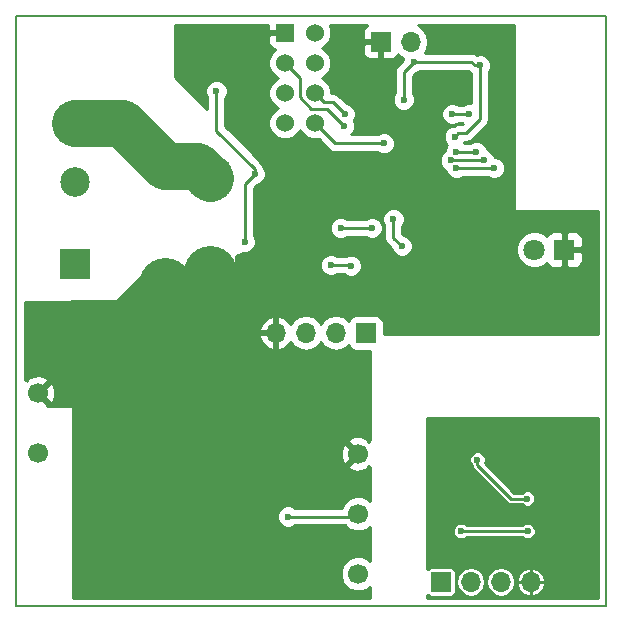
<source format=gbl>
G04 #@! TF.FileFunction,Copper,L2,Bot,Signal*
%FSLAX46Y46*%
G04 Gerber Fmt 4.6, Leading zero omitted, Abs format (unit mm)*
G04 Created by KiCad (PCBNEW 4.0.2-stable) date 5/29/2017 11:09:23 AM*
%MOMM*%
G01*
G04 APERTURE LIST*
%ADD10C,0.100000*%
%ADD11C,0.150000*%
%ADD12R,1.700000X1.700000*%
%ADD13O,1.700000X1.700000*%
%ADD14R,2.500000X2.500000*%
%ADD15C,2.500000*%
%ADD16C,1.700000*%
%ADD17R,3.200000X2.700000*%
%ADD18C,3.000000*%
%ADD19R,1.524000X1.524000*%
%ADD20C,1.524000*%
%ADD21R,1.800000X1.800000*%
%ADD22C,1.800000*%
%ADD23C,0.600000*%
%ADD24C,0.250000*%
%ADD25C,4.500000*%
%ADD26C,4.000000*%
%ADD27C,0.254000*%
G04 APERTURE END LIST*
D10*
D11*
X75000000Y-75000000D02*
X125000000Y-75000000D01*
X75000000Y-125000000D02*
X125000000Y-125000000D01*
X125000000Y-75000000D02*
X125000000Y-125000000D01*
X75000000Y-75000000D02*
X75000000Y-125000000D01*
D12*
X105918000Y-77216000D03*
D13*
X108458000Y-77216000D03*
D12*
X104648000Y-101854000D03*
D13*
X102108000Y-101854000D03*
X99568000Y-101854000D03*
X97028000Y-101854000D03*
D14*
X80010000Y-96012000D03*
D15*
X80010000Y-101012000D03*
D14*
X80010000Y-84074000D03*
D15*
X80010000Y-89074000D03*
D12*
X110998000Y-122936000D03*
D13*
X113538000Y-122936000D03*
X116078000Y-122936000D03*
X118618000Y-122936000D03*
D16*
X103999000Y-122254000D03*
X103999000Y-117174000D03*
X103999000Y-112094000D03*
X76849000Y-112024000D03*
X76849000Y-106944000D03*
D17*
X91440000Y-88760000D03*
X91440000Y-96660000D03*
D18*
X87630000Y-87710000D03*
X87630000Y-97710000D03*
D19*
X97790000Y-76454000D03*
D20*
X100330000Y-76454000D03*
X97790000Y-78994000D03*
X100330000Y-78994000D03*
X97790000Y-81534000D03*
X100330000Y-81534000D03*
X97790000Y-84074000D03*
X100330000Y-84074000D03*
D21*
X121462800Y-94792800D03*
D22*
X118922800Y-94792800D03*
D23*
X98044000Y-117398800D03*
X107696000Y-94488000D03*
X106984800Y-92202000D03*
X112166400Y-85242400D03*
X108712000Y-78892400D03*
X114300000Y-79197200D03*
X107848400Y-82092800D03*
X101498400Y-86563200D03*
X106680000Y-82143600D03*
X111810800Y-80467200D03*
X108762800Y-96774000D03*
X114046000Y-98450400D03*
X95402400Y-86013400D03*
X92964000Y-78028800D03*
X101677968Y-96113600D03*
X103378000Y-96164400D03*
X114401600Y-114350800D03*
X113030000Y-114554000D03*
X118384000Y-113741200D03*
X122682000Y-120091200D03*
X122682000Y-122732800D03*
X112318800Y-87884000D03*
X115519200Y-87884000D03*
X94386400Y-94132400D03*
X91998800Y-81381600D03*
X95250000Y-88392000D03*
X102514400Y-92964000D03*
X105156000Y-92964000D03*
X111841631Y-87241871D03*
X114655600Y-87223600D03*
X113370180Y-83343154D03*
X111963200Y-83312000D03*
X118313200Y-115874800D03*
X114096800Y-112572800D03*
X106172000Y-85801200D03*
X102870000Y-83312000D03*
X102819200Y-84328000D03*
X118338600Y-118643400D03*
X112699800Y-118643400D03*
X112252996Y-86555724D03*
X114003431Y-86563200D03*
D24*
X98044000Y-117398800D02*
X103774200Y-117398800D01*
X103774200Y-117398800D02*
X103999000Y-117174000D01*
X106984800Y-93776800D02*
X107696000Y-94488000D01*
X106984800Y-92202000D02*
X106984800Y-93776800D01*
X113126799Y-84942401D02*
X114300000Y-83769200D01*
X114300000Y-83769200D02*
X114300000Y-79197200D01*
X112166400Y-85242400D02*
X112466399Y-84942401D01*
X112466399Y-84942401D02*
X113126799Y-84942401D01*
X108712000Y-78892400D02*
X107848400Y-79756000D01*
X107848400Y-79756000D02*
X107848400Y-82092800D01*
X113570936Y-78892400D02*
X108712000Y-78892400D01*
X114300000Y-79197200D02*
X113875736Y-79197200D01*
X113875736Y-79197200D02*
X113570936Y-78892400D01*
D25*
X91440000Y-100431600D02*
X90351600Y-100431600D01*
X90351600Y-100431600D02*
X87630000Y-97710000D01*
X91440000Y-96660000D02*
X91440000Y-100431600D01*
D26*
X80010000Y-101012000D02*
X84328000Y-101012000D01*
X84328000Y-101012000D02*
X87630000Y-97710000D01*
D24*
X103327200Y-96113600D02*
X103378000Y-96164400D01*
X102481464Y-96113600D02*
X101677968Y-96113600D01*
X102481464Y-96113600D02*
X103327200Y-96113600D01*
X115519200Y-87884000D02*
X112318800Y-87884000D01*
D26*
X80010000Y-84074000D02*
X83994000Y-84074000D01*
X83994000Y-84074000D02*
X87630000Y-87710000D01*
X87630000Y-87710000D02*
X90390000Y-87710000D01*
X90390000Y-87710000D02*
X91440000Y-88760000D01*
D24*
X94386400Y-89255600D02*
X94386400Y-94132400D01*
X91998800Y-84716536D02*
X91998800Y-81381600D01*
X95250000Y-88392000D02*
X95250000Y-87967736D01*
X95250000Y-87967736D02*
X91998800Y-84716536D01*
X94386400Y-89255600D02*
X95250000Y-88392000D01*
X105156000Y-92964000D02*
X102514400Y-92964000D01*
X114655600Y-87223600D02*
X111859902Y-87223600D01*
X111859902Y-87223600D02*
X111841631Y-87241871D01*
X111963200Y-83312000D02*
X113339026Y-83312000D01*
X113339026Y-83312000D02*
X113370180Y-83343154D01*
X116974536Y-115874800D02*
X118313200Y-115874800D01*
X114096800Y-112572800D02*
X114096800Y-112997064D01*
X114096800Y-112997064D02*
X116974536Y-115874800D01*
X102057200Y-85801200D02*
X106172000Y-85801200D01*
X100330000Y-84074000D02*
X102057200Y-85801200D01*
X101853999Y-82295999D02*
X102870000Y-83312000D01*
X100330000Y-81534000D02*
X101091999Y-82295999D01*
X101091999Y-82295999D02*
X101853999Y-82295999D01*
X101346000Y-82854800D02*
X102819200Y-84328000D01*
X100042038Y-82854800D02*
X101346000Y-82854800D01*
X99060000Y-80264000D02*
X99060000Y-81872762D01*
X99060000Y-81872762D02*
X100042038Y-82854800D01*
X97790000Y-78994000D02*
X99060000Y-80264000D01*
X112699800Y-118643400D02*
X118338600Y-118643400D01*
X114003431Y-86563200D02*
X112260472Y-86563200D01*
X112260472Y-86563200D02*
X112252996Y-86555724D01*
D27*
G36*
X124333000Y-124333000D02*
X109855000Y-124333000D01*
X109855000Y-124034260D01*
X109869546Y-124056865D01*
X109996866Y-124143859D01*
X110148000Y-124174464D01*
X111848000Y-124174464D01*
X111989190Y-124147897D01*
X112118865Y-124064454D01*
X112205859Y-123937134D01*
X112236464Y-123786000D01*
X112236464Y-122911883D01*
X112307000Y-122911883D01*
X112307000Y-122960117D01*
X112400704Y-123431200D01*
X112667552Y-123830565D01*
X113066917Y-124097413D01*
X113538000Y-124191117D01*
X114009083Y-124097413D01*
X114408448Y-123830565D01*
X114675296Y-123431200D01*
X114769000Y-122960117D01*
X114769000Y-122911883D01*
X114847000Y-122911883D01*
X114847000Y-122960117D01*
X114940704Y-123431200D01*
X115207552Y-123830565D01*
X115606917Y-124097413D01*
X116078000Y-124191117D01*
X116549083Y-124097413D01*
X116948448Y-123830565D01*
X117215296Y-123431200D01*
X117275394Y-123129065D01*
X117402234Y-123129065D01*
X117568661Y-123579622D01*
X117894841Y-123932194D01*
X118331115Y-124133104D01*
X118424935Y-124151766D01*
X118617500Y-124071750D01*
X118617500Y-122936500D01*
X118618500Y-122936500D01*
X118618500Y-124071750D01*
X118811065Y-124151766D01*
X118904885Y-124133104D01*
X119341159Y-123932194D01*
X119667339Y-123579622D01*
X119833766Y-123129065D01*
X119753750Y-122936500D01*
X118618500Y-122936500D01*
X118617500Y-122936500D01*
X117482250Y-122936500D01*
X117402234Y-123129065D01*
X117275394Y-123129065D01*
X117309000Y-122960117D01*
X117309000Y-122911883D01*
X117275395Y-122742935D01*
X117402234Y-122742935D01*
X117482250Y-122935500D01*
X118617500Y-122935500D01*
X118617500Y-121800250D01*
X118618500Y-121800250D01*
X118618500Y-122935500D01*
X119753750Y-122935500D01*
X119833766Y-122742935D01*
X119667339Y-122292378D01*
X119341159Y-121939806D01*
X118904885Y-121738896D01*
X118811065Y-121720234D01*
X118618500Y-121800250D01*
X118617500Y-121800250D01*
X118424935Y-121720234D01*
X118331115Y-121738896D01*
X117894841Y-121939806D01*
X117568661Y-122292378D01*
X117402234Y-122742935D01*
X117275395Y-122742935D01*
X117215296Y-122440800D01*
X116948448Y-122041435D01*
X116549083Y-121774587D01*
X116078000Y-121680883D01*
X115606917Y-121774587D01*
X115207552Y-122041435D01*
X114940704Y-122440800D01*
X114847000Y-122911883D01*
X114769000Y-122911883D01*
X114675296Y-122440800D01*
X114408448Y-122041435D01*
X114009083Y-121774587D01*
X113538000Y-121680883D01*
X113066917Y-121774587D01*
X112667552Y-122041435D01*
X112400704Y-122440800D01*
X112307000Y-122911883D01*
X112236464Y-122911883D01*
X112236464Y-122086000D01*
X112209897Y-121944810D01*
X112126454Y-121815135D01*
X111999134Y-121728141D01*
X111848000Y-121697536D01*
X110148000Y-121697536D01*
X110006810Y-121724103D01*
X109877135Y-121807546D01*
X109855000Y-121839942D01*
X109855000Y-118778265D01*
X112018682Y-118778265D01*
X112122139Y-119028652D01*
X112313541Y-119220387D01*
X112563746Y-119324282D01*
X112834665Y-119324518D01*
X113085052Y-119221061D01*
X113156838Y-119149400D01*
X117881477Y-119149400D01*
X117952341Y-119220387D01*
X118202546Y-119324282D01*
X118473465Y-119324518D01*
X118723852Y-119221061D01*
X118915587Y-119029659D01*
X119019482Y-118779454D01*
X119019718Y-118508535D01*
X118916261Y-118258148D01*
X118724859Y-118066413D01*
X118474654Y-117962518D01*
X118203735Y-117962282D01*
X117953348Y-118065739D01*
X117881562Y-118137400D01*
X113156923Y-118137400D01*
X113086059Y-118066413D01*
X112835854Y-117962518D01*
X112564935Y-117962282D01*
X112314548Y-118065739D01*
X112122813Y-118257141D01*
X112018918Y-118507346D01*
X112018682Y-118778265D01*
X109855000Y-118778265D01*
X109855000Y-112707665D01*
X113415682Y-112707665D01*
X113519139Y-112958052D01*
X113598941Y-113037993D01*
X113629317Y-113190702D01*
X113739004Y-113354860D01*
X116616740Y-116232596D01*
X116780898Y-116342283D01*
X116974536Y-116380800D01*
X117856077Y-116380800D01*
X117926941Y-116451787D01*
X118177146Y-116555682D01*
X118448065Y-116555918D01*
X118698452Y-116452461D01*
X118890187Y-116261059D01*
X118994082Y-116010854D01*
X118994318Y-115739935D01*
X118890861Y-115489548D01*
X118699459Y-115297813D01*
X118449254Y-115193918D01*
X118178335Y-115193682D01*
X117927948Y-115297139D01*
X117856162Y-115368800D01*
X117184128Y-115368800D01*
X114703304Y-112887976D01*
X114777682Y-112708854D01*
X114777918Y-112437935D01*
X114674461Y-112187548D01*
X114483059Y-111995813D01*
X114232854Y-111891918D01*
X113961935Y-111891682D01*
X113711548Y-111995139D01*
X113519813Y-112186541D01*
X113415918Y-112436746D01*
X113415682Y-112707665D01*
X109855000Y-112707665D01*
X109855000Y-109093000D01*
X124333000Y-109093000D01*
X124333000Y-124333000D01*
X124333000Y-124333000D01*
G37*
X124333000Y-124333000D02*
X109855000Y-124333000D01*
X109855000Y-124034260D01*
X109869546Y-124056865D01*
X109996866Y-124143859D01*
X110148000Y-124174464D01*
X111848000Y-124174464D01*
X111989190Y-124147897D01*
X112118865Y-124064454D01*
X112205859Y-123937134D01*
X112236464Y-123786000D01*
X112236464Y-122911883D01*
X112307000Y-122911883D01*
X112307000Y-122960117D01*
X112400704Y-123431200D01*
X112667552Y-123830565D01*
X113066917Y-124097413D01*
X113538000Y-124191117D01*
X114009083Y-124097413D01*
X114408448Y-123830565D01*
X114675296Y-123431200D01*
X114769000Y-122960117D01*
X114769000Y-122911883D01*
X114847000Y-122911883D01*
X114847000Y-122960117D01*
X114940704Y-123431200D01*
X115207552Y-123830565D01*
X115606917Y-124097413D01*
X116078000Y-124191117D01*
X116549083Y-124097413D01*
X116948448Y-123830565D01*
X117215296Y-123431200D01*
X117275394Y-123129065D01*
X117402234Y-123129065D01*
X117568661Y-123579622D01*
X117894841Y-123932194D01*
X118331115Y-124133104D01*
X118424935Y-124151766D01*
X118617500Y-124071750D01*
X118617500Y-122936500D01*
X118618500Y-122936500D01*
X118618500Y-124071750D01*
X118811065Y-124151766D01*
X118904885Y-124133104D01*
X119341159Y-123932194D01*
X119667339Y-123579622D01*
X119833766Y-123129065D01*
X119753750Y-122936500D01*
X118618500Y-122936500D01*
X118617500Y-122936500D01*
X117482250Y-122936500D01*
X117402234Y-123129065D01*
X117275394Y-123129065D01*
X117309000Y-122960117D01*
X117309000Y-122911883D01*
X117275395Y-122742935D01*
X117402234Y-122742935D01*
X117482250Y-122935500D01*
X118617500Y-122935500D01*
X118617500Y-121800250D01*
X118618500Y-121800250D01*
X118618500Y-122935500D01*
X119753750Y-122935500D01*
X119833766Y-122742935D01*
X119667339Y-122292378D01*
X119341159Y-121939806D01*
X118904885Y-121738896D01*
X118811065Y-121720234D01*
X118618500Y-121800250D01*
X118617500Y-121800250D01*
X118424935Y-121720234D01*
X118331115Y-121738896D01*
X117894841Y-121939806D01*
X117568661Y-122292378D01*
X117402234Y-122742935D01*
X117275395Y-122742935D01*
X117215296Y-122440800D01*
X116948448Y-122041435D01*
X116549083Y-121774587D01*
X116078000Y-121680883D01*
X115606917Y-121774587D01*
X115207552Y-122041435D01*
X114940704Y-122440800D01*
X114847000Y-122911883D01*
X114769000Y-122911883D01*
X114675296Y-122440800D01*
X114408448Y-122041435D01*
X114009083Y-121774587D01*
X113538000Y-121680883D01*
X113066917Y-121774587D01*
X112667552Y-122041435D01*
X112400704Y-122440800D01*
X112307000Y-122911883D01*
X112236464Y-122911883D01*
X112236464Y-122086000D01*
X112209897Y-121944810D01*
X112126454Y-121815135D01*
X111999134Y-121728141D01*
X111848000Y-121697536D01*
X110148000Y-121697536D01*
X110006810Y-121724103D01*
X109877135Y-121807546D01*
X109855000Y-121839942D01*
X109855000Y-118778265D01*
X112018682Y-118778265D01*
X112122139Y-119028652D01*
X112313541Y-119220387D01*
X112563746Y-119324282D01*
X112834665Y-119324518D01*
X113085052Y-119221061D01*
X113156838Y-119149400D01*
X117881477Y-119149400D01*
X117952341Y-119220387D01*
X118202546Y-119324282D01*
X118473465Y-119324518D01*
X118723852Y-119221061D01*
X118915587Y-119029659D01*
X119019482Y-118779454D01*
X119019718Y-118508535D01*
X118916261Y-118258148D01*
X118724859Y-118066413D01*
X118474654Y-117962518D01*
X118203735Y-117962282D01*
X117953348Y-118065739D01*
X117881562Y-118137400D01*
X113156923Y-118137400D01*
X113086059Y-118066413D01*
X112835854Y-117962518D01*
X112564935Y-117962282D01*
X112314548Y-118065739D01*
X112122813Y-118257141D01*
X112018918Y-118507346D01*
X112018682Y-118778265D01*
X109855000Y-118778265D01*
X109855000Y-112707665D01*
X113415682Y-112707665D01*
X113519139Y-112958052D01*
X113598941Y-113037993D01*
X113629317Y-113190702D01*
X113739004Y-113354860D01*
X116616740Y-116232596D01*
X116780898Y-116342283D01*
X116974536Y-116380800D01*
X117856077Y-116380800D01*
X117926941Y-116451787D01*
X118177146Y-116555682D01*
X118448065Y-116555918D01*
X118698452Y-116452461D01*
X118890187Y-116261059D01*
X118994082Y-116010854D01*
X118994318Y-115739935D01*
X118890861Y-115489548D01*
X118699459Y-115297813D01*
X118449254Y-115193918D01*
X118178335Y-115193682D01*
X117927948Y-115297139D01*
X117856162Y-115368800D01*
X117184128Y-115368800D01*
X114703304Y-112887976D01*
X114777682Y-112708854D01*
X114777918Y-112437935D01*
X114674461Y-112187548D01*
X114483059Y-111995813D01*
X114232854Y-111891918D01*
X113961935Y-111891682D01*
X113711548Y-111995139D01*
X113519813Y-112186541D01*
X113415918Y-112436746D01*
X113415682Y-112707665D01*
X109855000Y-112707665D01*
X109855000Y-109093000D01*
X124333000Y-109093000D01*
X124333000Y-124333000D01*
G36*
X96393000Y-76168250D02*
X96551750Y-76327000D01*
X97663000Y-76327000D01*
X97663000Y-76307000D01*
X97917000Y-76307000D01*
X97917000Y-76327000D01*
X97937000Y-76327000D01*
X97937000Y-76581000D01*
X97917000Y-76581000D01*
X97917000Y-76601000D01*
X97663000Y-76601000D01*
X97663000Y-76581000D01*
X96551750Y-76581000D01*
X96393000Y-76739750D01*
X96393000Y-77342309D01*
X96489673Y-77575698D01*
X96668301Y-77754327D01*
X96901690Y-77851000D01*
X96957614Y-77851000D01*
X96606371Y-78201630D01*
X96393243Y-78714900D01*
X96392758Y-79270661D01*
X96604990Y-79784303D01*
X96997630Y-80177629D01*
X97205512Y-80263949D01*
X96999697Y-80348990D01*
X96606371Y-80741630D01*
X96393243Y-81254900D01*
X96392758Y-81810661D01*
X96604990Y-82324303D01*
X96997630Y-82717629D01*
X97205512Y-82803949D01*
X96999697Y-82888990D01*
X96606371Y-83281630D01*
X96393243Y-83794900D01*
X96392758Y-84350661D01*
X96604990Y-84864303D01*
X96997630Y-85257629D01*
X97510900Y-85470757D01*
X98066661Y-85471242D01*
X98580303Y-85259010D01*
X98973629Y-84866370D01*
X99059949Y-84658488D01*
X99144990Y-84864303D01*
X99537630Y-85257629D01*
X100050900Y-85470757D01*
X100606661Y-85471242D01*
X100639055Y-85457857D01*
X101519799Y-86338601D01*
X101766361Y-86503348D01*
X102057200Y-86561200D01*
X105609537Y-86561200D01*
X105641673Y-86593392D01*
X105985201Y-86736038D01*
X106357167Y-86736362D01*
X106700943Y-86594317D01*
X106964192Y-86331527D01*
X107106838Y-85987999D01*
X107107162Y-85616033D01*
X106965117Y-85272257D01*
X106702327Y-85009008D01*
X106358799Y-84866362D01*
X105986833Y-84866038D01*
X105643057Y-85008083D01*
X105609882Y-85041200D01*
X103428200Y-85041200D01*
X103611392Y-84858327D01*
X103754038Y-84514799D01*
X103754362Y-84142833D01*
X103639539Y-83864940D01*
X103662192Y-83842327D01*
X103804838Y-83498799D01*
X103805162Y-83126833D01*
X103663117Y-82783057D01*
X103400327Y-82519808D01*
X103056799Y-82377162D01*
X103009923Y-82377121D01*
X102391400Y-81758598D01*
X102144838Y-81593851D01*
X101853999Y-81535999D01*
X101726999Y-81535999D01*
X101727242Y-81257339D01*
X101515010Y-80743697D01*
X101122370Y-80350371D01*
X100914488Y-80264051D01*
X101120303Y-80179010D01*
X101513629Y-79786370D01*
X101726757Y-79273100D01*
X101727242Y-78717339D01*
X101515010Y-78203697D01*
X101122370Y-77810371D01*
X100914488Y-77724051D01*
X101120303Y-77639010D01*
X101257802Y-77501750D01*
X104433000Y-77501750D01*
X104433000Y-78192309D01*
X104529673Y-78425698D01*
X104708301Y-78604327D01*
X104941690Y-78701000D01*
X105632250Y-78701000D01*
X105791000Y-78542250D01*
X105791000Y-77343000D01*
X104591750Y-77343000D01*
X104433000Y-77501750D01*
X101257802Y-77501750D01*
X101513629Y-77246370D01*
X101726757Y-76733100D01*
X101727242Y-76177339D01*
X101579180Y-75819000D01*
X104729239Y-75819000D01*
X104708301Y-75827673D01*
X104529673Y-76006302D01*
X104433000Y-76239691D01*
X104433000Y-76930250D01*
X104591750Y-77089000D01*
X105791000Y-77089000D01*
X105791000Y-77069000D01*
X106045000Y-77069000D01*
X106045000Y-77089000D01*
X106065000Y-77089000D01*
X106065000Y-77343000D01*
X106045000Y-77343000D01*
X106045000Y-78542250D01*
X106203750Y-78701000D01*
X106894310Y-78701000D01*
X107127699Y-78604327D01*
X107306327Y-78425698D01*
X107378597Y-78251223D01*
X107407946Y-78295147D01*
X107830390Y-78577414D01*
X107777162Y-78705601D01*
X107777121Y-78752477D01*
X107310999Y-79218599D01*
X107146252Y-79465161D01*
X107088400Y-79756000D01*
X107088400Y-81530337D01*
X107056208Y-81562473D01*
X106913562Y-81906001D01*
X106913238Y-82277967D01*
X107055283Y-82621743D01*
X107318073Y-82884992D01*
X107661601Y-83027638D01*
X108033567Y-83027962D01*
X108377343Y-82885917D01*
X108640592Y-82623127D01*
X108783238Y-82279599D01*
X108783562Y-81907633D01*
X108641517Y-81563857D01*
X108608400Y-81530682D01*
X108608400Y-80070802D01*
X108851680Y-79827522D01*
X108897167Y-79827562D01*
X109240943Y-79685517D01*
X109274118Y-79652400D01*
X113256134Y-79652400D01*
X113338335Y-79734601D01*
X113540000Y-79869349D01*
X113540000Y-82408301D01*
X113185013Y-82407992D01*
X112841237Y-82550037D01*
X112839271Y-82552000D01*
X112525663Y-82552000D01*
X112493527Y-82519808D01*
X112149999Y-82377162D01*
X111778033Y-82376838D01*
X111434257Y-82518883D01*
X111171008Y-82781673D01*
X111028362Y-83125201D01*
X111028038Y-83497167D01*
X111170083Y-83840943D01*
X111432873Y-84104192D01*
X111776401Y-84246838D01*
X112148367Y-84247162D01*
X112492143Y-84105117D01*
X112525318Y-84072000D01*
X112776617Y-84072000D01*
X112839853Y-84135346D01*
X112853419Y-84140979D01*
X112811997Y-84182401D01*
X112466399Y-84182401D01*
X112175560Y-84240253D01*
X112075187Y-84307320D01*
X111981233Y-84307238D01*
X111637457Y-84449283D01*
X111374208Y-84712073D01*
X111231562Y-85055601D01*
X111231238Y-85427567D01*
X111373283Y-85771343D01*
X111543994Y-85942352D01*
X111460804Y-86025397D01*
X111318158Y-86368925D01*
X111318090Y-86446522D01*
X111312688Y-86448754D01*
X111049439Y-86711544D01*
X110906793Y-87055072D01*
X110906469Y-87427038D01*
X111048514Y-87770814D01*
X111311304Y-88034063D01*
X111383642Y-88064101D01*
X111383638Y-88069167D01*
X111525683Y-88412943D01*
X111788473Y-88676192D01*
X112132001Y-88818838D01*
X112503967Y-88819162D01*
X112847743Y-88677117D01*
X112880918Y-88644000D01*
X114956737Y-88644000D01*
X114988873Y-88676192D01*
X115332401Y-88818838D01*
X115704367Y-88819162D01*
X116048143Y-88677117D01*
X116311392Y-88414327D01*
X116454038Y-88070799D01*
X116454362Y-87698833D01*
X116312317Y-87355057D01*
X116049527Y-87091808D01*
X115705999Y-86949162D01*
X115553821Y-86949029D01*
X115448717Y-86694657D01*
X115185927Y-86431408D01*
X114913990Y-86318489D01*
X114796548Y-86034257D01*
X114533758Y-85771008D01*
X114190230Y-85628362D01*
X113818264Y-85628038D01*
X113474488Y-85770083D01*
X113441313Y-85803200D01*
X112928066Y-85803200D01*
X112958592Y-85772727D01*
X112987794Y-85702401D01*
X113126799Y-85702401D01*
X113417638Y-85644549D01*
X113664200Y-85479802D01*
X114837401Y-84306601D01*
X115002148Y-84060039D01*
X115060000Y-83769200D01*
X115060000Y-79759663D01*
X115092192Y-79727527D01*
X115234838Y-79383999D01*
X115235162Y-79012033D01*
X115093117Y-78668257D01*
X114830327Y-78405008D01*
X114486799Y-78262362D01*
X114114833Y-78262038D01*
X114024853Y-78299217D01*
X113861775Y-78190252D01*
X113570936Y-78132400D01*
X109616798Y-78132400D01*
X109829961Y-77813378D01*
X109943000Y-77245093D01*
X109943000Y-77186907D01*
X109829961Y-76618622D01*
X109508054Y-76136853D01*
X109032352Y-75819000D01*
X117221000Y-75819000D01*
X117221000Y-91440000D01*
X117229685Y-91486159D01*
X117256965Y-91528553D01*
X117298590Y-91556994D01*
X117348000Y-91567000D01*
X124290000Y-91567000D01*
X124290000Y-101981000D01*
X106145440Y-101981000D01*
X106145440Y-101004000D01*
X106101162Y-100768683D01*
X105962090Y-100552559D01*
X105749890Y-100407569D01*
X105498000Y-100356560D01*
X103798000Y-100356560D01*
X103562683Y-100400838D01*
X103346559Y-100539910D01*
X103201569Y-100752110D01*
X103187914Y-100819541D01*
X103158054Y-100774853D01*
X102676285Y-100452946D01*
X102108000Y-100339907D01*
X101539715Y-100452946D01*
X101057946Y-100774853D01*
X100838000Y-101104026D01*
X100618054Y-100774853D01*
X100136285Y-100452946D01*
X99568000Y-100339907D01*
X98999715Y-100452946D01*
X98517946Y-100774853D01*
X98290298Y-101115553D01*
X98223183Y-100972642D01*
X97794924Y-100582355D01*
X97384890Y-100412524D01*
X97155000Y-100533845D01*
X97155000Y-101727000D01*
X97175000Y-101727000D01*
X97175000Y-101981000D01*
X97155000Y-101981000D01*
X97155000Y-103174155D01*
X97384890Y-103295476D01*
X97794924Y-103125645D01*
X98223183Y-102735358D01*
X98290298Y-102592447D01*
X98517946Y-102933147D01*
X98999715Y-103255054D01*
X99568000Y-103368093D01*
X100136285Y-103255054D01*
X100618054Y-102933147D01*
X100838000Y-102603974D01*
X101057946Y-102933147D01*
X101539715Y-103255054D01*
X102108000Y-103368093D01*
X102676285Y-103255054D01*
X103158054Y-102933147D01*
X103185850Y-102891548D01*
X103194838Y-102939317D01*
X103333910Y-103155441D01*
X103546110Y-103300431D01*
X103798000Y-103351440D01*
X104981025Y-103351440D01*
X104998307Y-110955575D01*
X104978062Y-110935330D01*
X104863352Y-111050040D01*
X104783080Y-110798741D01*
X104227721Y-110597282D01*
X103637542Y-110623685D01*
X103214920Y-110798741D01*
X103134647Y-111050042D01*
X103999000Y-111914395D01*
X104013143Y-111900253D01*
X104192748Y-112079858D01*
X104178605Y-112094000D01*
X104192748Y-112108143D01*
X104013143Y-112287748D01*
X103999000Y-112273605D01*
X103134647Y-113137958D01*
X103214920Y-113389259D01*
X103770279Y-113590718D01*
X104360458Y-113564315D01*
X104783080Y-113389259D01*
X104863352Y-113137960D01*
X104978062Y-113252670D01*
X105003471Y-113227261D01*
X105009965Y-116084789D01*
X104841283Y-115915812D01*
X104295681Y-115689258D01*
X103704911Y-115688743D01*
X103158914Y-115914344D01*
X102740812Y-116331717D01*
X102613300Y-116638800D01*
X98606463Y-116638800D01*
X98574327Y-116606608D01*
X98230799Y-116463962D01*
X97858833Y-116463638D01*
X97515057Y-116605683D01*
X97251808Y-116868473D01*
X97109162Y-117212001D01*
X97108838Y-117583967D01*
X97250883Y-117927743D01*
X97513673Y-118190992D01*
X97857201Y-118333638D01*
X98229167Y-118333962D01*
X98572943Y-118191917D01*
X98606118Y-118158800D01*
X102883806Y-118158800D01*
X103156717Y-118432188D01*
X103702319Y-118658742D01*
X104293089Y-118659257D01*
X104839086Y-118433656D01*
X105014904Y-118258144D01*
X105021537Y-121176381D01*
X104841283Y-120995812D01*
X104295681Y-120769258D01*
X103704911Y-120768743D01*
X103158914Y-120994344D01*
X102740812Y-121411717D01*
X102514258Y-121957319D01*
X102513743Y-122548089D01*
X102739344Y-123094086D01*
X103156717Y-123512188D01*
X103702319Y-123738742D01*
X104293089Y-123739257D01*
X104839086Y-123513656D01*
X105026424Y-123326645D01*
X105028613Y-124290000D01*
X79883000Y-124290000D01*
X79883000Y-111865279D01*
X102502282Y-111865279D01*
X102528685Y-112455458D01*
X102703741Y-112878080D01*
X102955042Y-112958353D01*
X103819395Y-112094000D01*
X102955042Y-111229647D01*
X102703741Y-111309920D01*
X102502282Y-111865279D01*
X79883000Y-111865279D01*
X79883000Y-108204000D01*
X79874315Y-108157841D01*
X79847035Y-108115447D01*
X79805410Y-108087006D01*
X79756000Y-108077000D01*
X77684910Y-108077000D01*
X77713353Y-107987958D01*
X76849000Y-107123605D01*
X76834858Y-107137748D01*
X76655253Y-106958143D01*
X76669395Y-106944000D01*
X77028605Y-106944000D01*
X77892958Y-107808353D01*
X78144259Y-107728080D01*
X78345718Y-107172721D01*
X78319315Y-106582542D01*
X78144259Y-106159920D01*
X77892958Y-106079647D01*
X77028605Y-106944000D01*
X76669395Y-106944000D01*
X76655253Y-106929858D01*
X76834858Y-106750253D01*
X76849000Y-106764395D01*
X77713353Y-105900042D01*
X77633080Y-105648741D01*
X77077721Y-105447282D01*
X76487542Y-105473685D01*
X76064920Y-105648741D01*
X75984648Y-105900040D01*
X75869938Y-105785330D01*
X75819000Y-105836268D01*
X75819000Y-102345320D01*
X78856285Y-102345320D01*
X78985533Y-102638123D01*
X79685806Y-102906388D01*
X80435435Y-102886250D01*
X81034467Y-102638123D01*
X81163715Y-102345320D01*
X81029287Y-102210892D01*
X95586514Y-102210892D01*
X95832817Y-102735358D01*
X96261076Y-103125645D01*
X96671110Y-103295476D01*
X96901000Y-103174155D01*
X96901000Y-101981000D01*
X95707181Y-101981000D01*
X95586514Y-102210892D01*
X81029287Y-102210892D01*
X80010000Y-101191605D01*
X78856285Y-102345320D01*
X75819000Y-102345320D01*
X75819000Y-100687806D01*
X78115612Y-100687806D01*
X78135750Y-101437435D01*
X78383877Y-102036467D01*
X78676680Y-102165715D01*
X79830395Y-101012000D01*
X80189605Y-101012000D01*
X81343320Y-102165715D01*
X81636123Y-102036467D01*
X81842744Y-101497108D01*
X95586514Y-101497108D01*
X95707181Y-101727000D01*
X96901000Y-101727000D01*
X96901000Y-100533845D01*
X96671110Y-100412524D01*
X96261076Y-100582355D01*
X95832817Y-100972642D01*
X95586514Y-101497108D01*
X81842744Y-101497108D01*
X81904388Y-101336194D01*
X81884250Y-100586565D01*
X81636123Y-99987533D01*
X81343320Y-99858285D01*
X80189605Y-101012000D01*
X79830395Y-101012000D01*
X78676680Y-99858285D01*
X78383877Y-99987533D01*
X78115612Y-100687806D01*
X75819000Y-100687806D01*
X75819000Y-99237800D01*
X79343023Y-99237800D01*
X78985533Y-99385877D01*
X78856285Y-99678680D01*
X80010000Y-100832395D01*
X81163715Y-99678680D01*
X81034467Y-99385877D01*
X80647930Y-99237800D01*
X85293200Y-99237800D01*
X85346806Y-99225932D01*
X85933387Y-98952815D01*
X86116030Y-99044365D01*
X86446481Y-98713914D01*
X87118666Y-98400939D01*
X86295635Y-99223970D01*
X86455418Y-99542739D01*
X87246187Y-99852723D01*
X88095387Y-99836497D01*
X88804582Y-99542739D01*
X88964365Y-99223970D01*
X87816443Y-98076048D01*
X88061536Y-97961931D01*
X89143970Y-99044365D01*
X89462739Y-98884582D01*
X89578592Y-98589041D01*
X89713690Y-98645000D01*
X91154250Y-98645000D01*
X91313000Y-98486250D01*
X91313000Y-96787000D01*
X91567000Y-96787000D01*
X91567000Y-98486250D01*
X91725750Y-98645000D01*
X93166310Y-98645000D01*
X93399699Y-98548327D01*
X93578327Y-98369698D01*
X93675000Y-98136309D01*
X93675000Y-96945750D01*
X93516250Y-96787000D01*
X91567000Y-96787000D01*
X91313000Y-96787000D01*
X91293000Y-96787000D01*
X91293000Y-96533000D01*
X91313000Y-96533000D01*
X91313000Y-96513000D01*
X91567000Y-96513000D01*
X91567000Y-96533000D01*
X93516250Y-96533000D01*
X93675000Y-96374250D01*
X93675000Y-96298767D01*
X100742806Y-96298767D01*
X100884851Y-96642543D01*
X101147641Y-96905792D01*
X101491169Y-97048438D01*
X101863135Y-97048762D01*
X102206911Y-96906717D01*
X102240086Y-96873600D01*
X102764826Y-96873600D01*
X102847673Y-96956592D01*
X103191201Y-97099238D01*
X103563167Y-97099562D01*
X103906943Y-96957517D01*
X104170192Y-96694727D01*
X104312838Y-96351199D01*
X104313162Y-95979233D01*
X104171117Y-95635457D01*
X103908327Y-95372208D01*
X103564799Y-95229562D01*
X103192833Y-95229238D01*
X102891853Y-95353600D01*
X102240431Y-95353600D01*
X102208295Y-95321408D01*
X101864767Y-95178762D01*
X101492801Y-95178438D01*
X101149025Y-95320483D01*
X100885776Y-95583273D01*
X100743130Y-95926801D01*
X100742806Y-96298767D01*
X93675000Y-96298767D01*
X93675000Y-95348254D01*
X94278399Y-95067307D01*
X94571567Y-95067562D01*
X94915343Y-94925517D01*
X95178592Y-94662727D01*
X95321238Y-94319199D01*
X95321562Y-93947233D01*
X95179517Y-93603457D01*
X95146400Y-93570282D01*
X95146400Y-93149167D01*
X101579238Y-93149167D01*
X101721283Y-93492943D01*
X101984073Y-93756192D01*
X102327601Y-93898838D01*
X102699567Y-93899162D01*
X103043343Y-93757117D01*
X103076518Y-93724000D01*
X104593537Y-93724000D01*
X104625673Y-93756192D01*
X104969201Y-93898838D01*
X105341167Y-93899162D01*
X105684943Y-93757117D01*
X105948192Y-93494327D01*
X106090838Y-93150799D01*
X106091162Y-92778833D01*
X105949117Y-92435057D01*
X105901311Y-92387167D01*
X106049638Y-92387167D01*
X106191683Y-92730943D01*
X106224800Y-92764118D01*
X106224800Y-93776800D01*
X106282652Y-94067639D01*
X106447399Y-94314201D01*
X106760878Y-94627680D01*
X106760838Y-94673167D01*
X106902883Y-95016943D01*
X107165673Y-95280192D01*
X107509201Y-95422838D01*
X107881167Y-95423162D01*
X108224943Y-95281117D01*
X108409590Y-95096791D01*
X117387535Y-95096791D01*
X117620732Y-95661171D01*
X118052157Y-96093351D01*
X118616130Y-96327533D01*
X119226791Y-96328065D01*
X119791171Y-96094868D01*
X119968641Y-95917708D01*
X120024473Y-96052499D01*
X120203102Y-96231127D01*
X120436491Y-96327800D01*
X121177050Y-96327800D01*
X121335800Y-96169050D01*
X121335800Y-94919800D01*
X121589800Y-94919800D01*
X121589800Y-96169050D01*
X121748550Y-96327800D01*
X122489109Y-96327800D01*
X122722498Y-96231127D01*
X122901127Y-96052499D01*
X122997800Y-95819110D01*
X122997800Y-95078550D01*
X122839050Y-94919800D01*
X121589800Y-94919800D01*
X121335800Y-94919800D01*
X121315800Y-94919800D01*
X121315800Y-94665800D01*
X121335800Y-94665800D01*
X121335800Y-93416550D01*
X121589800Y-93416550D01*
X121589800Y-94665800D01*
X122839050Y-94665800D01*
X122997800Y-94507050D01*
X122997800Y-93766490D01*
X122901127Y-93533101D01*
X122722498Y-93354473D01*
X122489109Y-93257800D01*
X121748550Y-93257800D01*
X121589800Y-93416550D01*
X121335800Y-93416550D01*
X121177050Y-93257800D01*
X120436491Y-93257800D01*
X120203102Y-93354473D01*
X120024473Y-93533101D01*
X119968681Y-93667794D01*
X119793443Y-93492249D01*
X119229470Y-93258067D01*
X118618809Y-93257535D01*
X118054429Y-93490732D01*
X117622249Y-93922157D01*
X117388067Y-94486130D01*
X117387535Y-95096791D01*
X108409590Y-95096791D01*
X108488192Y-95018327D01*
X108630838Y-94674799D01*
X108631162Y-94302833D01*
X108489117Y-93959057D01*
X108226327Y-93695808D01*
X107882799Y-93553162D01*
X107835923Y-93553121D01*
X107744800Y-93461998D01*
X107744800Y-92764463D01*
X107776992Y-92732327D01*
X107919638Y-92388799D01*
X107919962Y-92016833D01*
X107777917Y-91673057D01*
X107515127Y-91409808D01*
X107171599Y-91267162D01*
X106799633Y-91266838D01*
X106455857Y-91408883D01*
X106192608Y-91671673D01*
X106049962Y-92015201D01*
X106049638Y-92387167D01*
X105901311Y-92387167D01*
X105686327Y-92171808D01*
X105342799Y-92029162D01*
X104970833Y-92028838D01*
X104627057Y-92170883D01*
X104593882Y-92204000D01*
X103076863Y-92204000D01*
X103044727Y-92171808D01*
X102701199Y-92029162D01*
X102329233Y-92028838D01*
X101985457Y-92170883D01*
X101722208Y-92433673D01*
X101579562Y-92777201D01*
X101579238Y-93149167D01*
X95146400Y-93149167D01*
X95146400Y-89570402D01*
X95389680Y-89327122D01*
X95435167Y-89327162D01*
X95778943Y-89185117D01*
X96042192Y-88922327D01*
X96184838Y-88578799D01*
X96185162Y-88206833D01*
X96043117Y-87863057D01*
X95975755Y-87795578D01*
X95952148Y-87676897D01*
X95787401Y-87430335D01*
X95071858Y-86714792D01*
X95072197Y-86665676D01*
X95062295Y-86615630D01*
X95033940Y-86573947D01*
X92758800Y-84351717D01*
X92758800Y-81944063D01*
X92790992Y-81911927D01*
X92933638Y-81568399D01*
X92933962Y-81196433D01*
X92791917Y-80852657D01*
X92529127Y-80589408D01*
X92185599Y-80446762D01*
X91813633Y-80446438D01*
X91469857Y-80588483D01*
X91206608Y-80851273D01*
X91063962Y-81194801D01*
X91063638Y-81566767D01*
X91205683Y-81910543D01*
X91238800Y-81943718D01*
X91238800Y-82867066D01*
X88519000Y-80210517D01*
X88519000Y-75819000D01*
X96393000Y-75819000D01*
X96393000Y-76168250D01*
X96393000Y-76168250D01*
G37*
X96393000Y-76168250D02*
X96551750Y-76327000D01*
X97663000Y-76327000D01*
X97663000Y-76307000D01*
X97917000Y-76307000D01*
X97917000Y-76327000D01*
X97937000Y-76327000D01*
X97937000Y-76581000D01*
X97917000Y-76581000D01*
X97917000Y-76601000D01*
X97663000Y-76601000D01*
X97663000Y-76581000D01*
X96551750Y-76581000D01*
X96393000Y-76739750D01*
X96393000Y-77342309D01*
X96489673Y-77575698D01*
X96668301Y-77754327D01*
X96901690Y-77851000D01*
X96957614Y-77851000D01*
X96606371Y-78201630D01*
X96393243Y-78714900D01*
X96392758Y-79270661D01*
X96604990Y-79784303D01*
X96997630Y-80177629D01*
X97205512Y-80263949D01*
X96999697Y-80348990D01*
X96606371Y-80741630D01*
X96393243Y-81254900D01*
X96392758Y-81810661D01*
X96604990Y-82324303D01*
X96997630Y-82717629D01*
X97205512Y-82803949D01*
X96999697Y-82888990D01*
X96606371Y-83281630D01*
X96393243Y-83794900D01*
X96392758Y-84350661D01*
X96604990Y-84864303D01*
X96997630Y-85257629D01*
X97510900Y-85470757D01*
X98066661Y-85471242D01*
X98580303Y-85259010D01*
X98973629Y-84866370D01*
X99059949Y-84658488D01*
X99144990Y-84864303D01*
X99537630Y-85257629D01*
X100050900Y-85470757D01*
X100606661Y-85471242D01*
X100639055Y-85457857D01*
X101519799Y-86338601D01*
X101766361Y-86503348D01*
X102057200Y-86561200D01*
X105609537Y-86561200D01*
X105641673Y-86593392D01*
X105985201Y-86736038D01*
X106357167Y-86736362D01*
X106700943Y-86594317D01*
X106964192Y-86331527D01*
X107106838Y-85987999D01*
X107107162Y-85616033D01*
X106965117Y-85272257D01*
X106702327Y-85009008D01*
X106358799Y-84866362D01*
X105986833Y-84866038D01*
X105643057Y-85008083D01*
X105609882Y-85041200D01*
X103428200Y-85041200D01*
X103611392Y-84858327D01*
X103754038Y-84514799D01*
X103754362Y-84142833D01*
X103639539Y-83864940D01*
X103662192Y-83842327D01*
X103804838Y-83498799D01*
X103805162Y-83126833D01*
X103663117Y-82783057D01*
X103400327Y-82519808D01*
X103056799Y-82377162D01*
X103009923Y-82377121D01*
X102391400Y-81758598D01*
X102144838Y-81593851D01*
X101853999Y-81535999D01*
X101726999Y-81535999D01*
X101727242Y-81257339D01*
X101515010Y-80743697D01*
X101122370Y-80350371D01*
X100914488Y-80264051D01*
X101120303Y-80179010D01*
X101513629Y-79786370D01*
X101726757Y-79273100D01*
X101727242Y-78717339D01*
X101515010Y-78203697D01*
X101122370Y-77810371D01*
X100914488Y-77724051D01*
X101120303Y-77639010D01*
X101257802Y-77501750D01*
X104433000Y-77501750D01*
X104433000Y-78192309D01*
X104529673Y-78425698D01*
X104708301Y-78604327D01*
X104941690Y-78701000D01*
X105632250Y-78701000D01*
X105791000Y-78542250D01*
X105791000Y-77343000D01*
X104591750Y-77343000D01*
X104433000Y-77501750D01*
X101257802Y-77501750D01*
X101513629Y-77246370D01*
X101726757Y-76733100D01*
X101727242Y-76177339D01*
X101579180Y-75819000D01*
X104729239Y-75819000D01*
X104708301Y-75827673D01*
X104529673Y-76006302D01*
X104433000Y-76239691D01*
X104433000Y-76930250D01*
X104591750Y-77089000D01*
X105791000Y-77089000D01*
X105791000Y-77069000D01*
X106045000Y-77069000D01*
X106045000Y-77089000D01*
X106065000Y-77089000D01*
X106065000Y-77343000D01*
X106045000Y-77343000D01*
X106045000Y-78542250D01*
X106203750Y-78701000D01*
X106894310Y-78701000D01*
X107127699Y-78604327D01*
X107306327Y-78425698D01*
X107378597Y-78251223D01*
X107407946Y-78295147D01*
X107830390Y-78577414D01*
X107777162Y-78705601D01*
X107777121Y-78752477D01*
X107310999Y-79218599D01*
X107146252Y-79465161D01*
X107088400Y-79756000D01*
X107088400Y-81530337D01*
X107056208Y-81562473D01*
X106913562Y-81906001D01*
X106913238Y-82277967D01*
X107055283Y-82621743D01*
X107318073Y-82884992D01*
X107661601Y-83027638D01*
X108033567Y-83027962D01*
X108377343Y-82885917D01*
X108640592Y-82623127D01*
X108783238Y-82279599D01*
X108783562Y-81907633D01*
X108641517Y-81563857D01*
X108608400Y-81530682D01*
X108608400Y-80070802D01*
X108851680Y-79827522D01*
X108897167Y-79827562D01*
X109240943Y-79685517D01*
X109274118Y-79652400D01*
X113256134Y-79652400D01*
X113338335Y-79734601D01*
X113540000Y-79869349D01*
X113540000Y-82408301D01*
X113185013Y-82407992D01*
X112841237Y-82550037D01*
X112839271Y-82552000D01*
X112525663Y-82552000D01*
X112493527Y-82519808D01*
X112149999Y-82377162D01*
X111778033Y-82376838D01*
X111434257Y-82518883D01*
X111171008Y-82781673D01*
X111028362Y-83125201D01*
X111028038Y-83497167D01*
X111170083Y-83840943D01*
X111432873Y-84104192D01*
X111776401Y-84246838D01*
X112148367Y-84247162D01*
X112492143Y-84105117D01*
X112525318Y-84072000D01*
X112776617Y-84072000D01*
X112839853Y-84135346D01*
X112853419Y-84140979D01*
X112811997Y-84182401D01*
X112466399Y-84182401D01*
X112175560Y-84240253D01*
X112075187Y-84307320D01*
X111981233Y-84307238D01*
X111637457Y-84449283D01*
X111374208Y-84712073D01*
X111231562Y-85055601D01*
X111231238Y-85427567D01*
X111373283Y-85771343D01*
X111543994Y-85942352D01*
X111460804Y-86025397D01*
X111318158Y-86368925D01*
X111318090Y-86446522D01*
X111312688Y-86448754D01*
X111049439Y-86711544D01*
X110906793Y-87055072D01*
X110906469Y-87427038D01*
X111048514Y-87770814D01*
X111311304Y-88034063D01*
X111383642Y-88064101D01*
X111383638Y-88069167D01*
X111525683Y-88412943D01*
X111788473Y-88676192D01*
X112132001Y-88818838D01*
X112503967Y-88819162D01*
X112847743Y-88677117D01*
X112880918Y-88644000D01*
X114956737Y-88644000D01*
X114988873Y-88676192D01*
X115332401Y-88818838D01*
X115704367Y-88819162D01*
X116048143Y-88677117D01*
X116311392Y-88414327D01*
X116454038Y-88070799D01*
X116454362Y-87698833D01*
X116312317Y-87355057D01*
X116049527Y-87091808D01*
X115705999Y-86949162D01*
X115553821Y-86949029D01*
X115448717Y-86694657D01*
X115185927Y-86431408D01*
X114913990Y-86318489D01*
X114796548Y-86034257D01*
X114533758Y-85771008D01*
X114190230Y-85628362D01*
X113818264Y-85628038D01*
X113474488Y-85770083D01*
X113441313Y-85803200D01*
X112928066Y-85803200D01*
X112958592Y-85772727D01*
X112987794Y-85702401D01*
X113126799Y-85702401D01*
X113417638Y-85644549D01*
X113664200Y-85479802D01*
X114837401Y-84306601D01*
X115002148Y-84060039D01*
X115060000Y-83769200D01*
X115060000Y-79759663D01*
X115092192Y-79727527D01*
X115234838Y-79383999D01*
X115235162Y-79012033D01*
X115093117Y-78668257D01*
X114830327Y-78405008D01*
X114486799Y-78262362D01*
X114114833Y-78262038D01*
X114024853Y-78299217D01*
X113861775Y-78190252D01*
X113570936Y-78132400D01*
X109616798Y-78132400D01*
X109829961Y-77813378D01*
X109943000Y-77245093D01*
X109943000Y-77186907D01*
X109829961Y-76618622D01*
X109508054Y-76136853D01*
X109032352Y-75819000D01*
X117221000Y-75819000D01*
X117221000Y-91440000D01*
X117229685Y-91486159D01*
X117256965Y-91528553D01*
X117298590Y-91556994D01*
X117348000Y-91567000D01*
X124290000Y-91567000D01*
X124290000Y-101981000D01*
X106145440Y-101981000D01*
X106145440Y-101004000D01*
X106101162Y-100768683D01*
X105962090Y-100552559D01*
X105749890Y-100407569D01*
X105498000Y-100356560D01*
X103798000Y-100356560D01*
X103562683Y-100400838D01*
X103346559Y-100539910D01*
X103201569Y-100752110D01*
X103187914Y-100819541D01*
X103158054Y-100774853D01*
X102676285Y-100452946D01*
X102108000Y-100339907D01*
X101539715Y-100452946D01*
X101057946Y-100774853D01*
X100838000Y-101104026D01*
X100618054Y-100774853D01*
X100136285Y-100452946D01*
X99568000Y-100339907D01*
X98999715Y-100452946D01*
X98517946Y-100774853D01*
X98290298Y-101115553D01*
X98223183Y-100972642D01*
X97794924Y-100582355D01*
X97384890Y-100412524D01*
X97155000Y-100533845D01*
X97155000Y-101727000D01*
X97175000Y-101727000D01*
X97175000Y-101981000D01*
X97155000Y-101981000D01*
X97155000Y-103174155D01*
X97384890Y-103295476D01*
X97794924Y-103125645D01*
X98223183Y-102735358D01*
X98290298Y-102592447D01*
X98517946Y-102933147D01*
X98999715Y-103255054D01*
X99568000Y-103368093D01*
X100136285Y-103255054D01*
X100618054Y-102933147D01*
X100838000Y-102603974D01*
X101057946Y-102933147D01*
X101539715Y-103255054D01*
X102108000Y-103368093D01*
X102676285Y-103255054D01*
X103158054Y-102933147D01*
X103185850Y-102891548D01*
X103194838Y-102939317D01*
X103333910Y-103155441D01*
X103546110Y-103300431D01*
X103798000Y-103351440D01*
X104981025Y-103351440D01*
X104998307Y-110955575D01*
X104978062Y-110935330D01*
X104863352Y-111050040D01*
X104783080Y-110798741D01*
X104227721Y-110597282D01*
X103637542Y-110623685D01*
X103214920Y-110798741D01*
X103134647Y-111050042D01*
X103999000Y-111914395D01*
X104013143Y-111900253D01*
X104192748Y-112079858D01*
X104178605Y-112094000D01*
X104192748Y-112108143D01*
X104013143Y-112287748D01*
X103999000Y-112273605D01*
X103134647Y-113137958D01*
X103214920Y-113389259D01*
X103770279Y-113590718D01*
X104360458Y-113564315D01*
X104783080Y-113389259D01*
X104863352Y-113137960D01*
X104978062Y-113252670D01*
X105003471Y-113227261D01*
X105009965Y-116084789D01*
X104841283Y-115915812D01*
X104295681Y-115689258D01*
X103704911Y-115688743D01*
X103158914Y-115914344D01*
X102740812Y-116331717D01*
X102613300Y-116638800D01*
X98606463Y-116638800D01*
X98574327Y-116606608D01*
X98230799Y-116463962D01*
X97858833Y-116463638D01*
X97515057Y-116605683D01*
X97251808Y-116868473D01*
X97109162Y-117212001D01*
X97108838Y-117583967D01*
X97250883Y-117927743D01*
X97513673Y-118190992D01*
X97857201Y-118333638D01*
X98229167Y-118333962D01*
X98572943Y-118191917D01*
X98606118Y-118158800D01*
X102883806Y-118158800D01*
X103156717Y-118432188D01*
X103702319Y-118658742D01*
X104293089Y-118659257D01*
X104839086Y-118433656D01*
X105014904Y-118258144D01*
X105021537Y-121176381D01*
X104841283Y-120995812D01*
X104295681Y-120769258D01*
X103704911Y-120768743D01*
X103158914Y-120994344D01*
X102740812Y-121411717D01*
X102514258Y-121957319D01*
X102513743Y-122548089D01*
X102739344Y-123094086D01*
X103156717Y-123512188D01*
X103702319Y-123738742D01*
X104293089Y-123739257D01*
X104839086Y-123513656D01*
X105026424Y-123326645D01*
X105028613Y-124290000D01*
X79883000Y-124290000D01*
X79883000Y-111865279D01*
X102502282Y-111865279D01*
X102528685Y-112455458D01*
X102703741Y-112878080D01*
X102955042Y-112958353D01*
X103819395Y-112094000D01*
X102955042Y-111229647D01*
X102703741Y-111309920D01*
X102502282Y-111865279D01*
X79883000Y-111865279D01*
X79883000Y-108204000D01*
X79874315Y-108157841D01*
X79847035Y-108115447D01*
X79805410Y-108087006D01*
X79756000Y-108077000D01*
X77684910Y-108077000D01*
X77713353Y-107987958D01*
X76849000Y-107123605D01*
X76834858Y-107137748D01*
X76655253Y-106958143D01*
X76669395Y-106944000D01*
X77028605Y-106944000D01*
X77892958Y-107808353D01*
X78144259Y-107728080D01*
X78345718Y-107172721D01*
X78319315Y-106582542D01*
X78144259Y-106159920D01*
X77892958Y-106079647D01*
X77028605Y-106944000D01*
X76669395Y-106944000D01*
X76655253Y-106929858D01*
X76834858Y-106750253D01*
X76849000Y-106764395D01*
X77713353Y-105900042D01*
X77633080Y-105648741D01*
X77077721Y-105447282D01*
X76487542Y-105473685D01*
X76064920Y-105648741D01*
X75984648Y-105900040D01*
X75869938Y-105785330D01*
X75819000Y-105836268D01*
X75819000Y-102345320D01*
X78856285Y-102345320D01*
X78985533Y-102638123D01*
X79685806Y-102906388D01*
X80435435Y-102886250D01*
X81034467Y-102638123D01*
X81163715Y-102345320D01*
X81029287Y-102210892D01*
X95586514Y-102210892D01*
X95832817Y-102735358D01*
X96261076Y-103125645D01*
X96671110Y-103295476D01*
X96901000Y-103174155D01*
X96901000Y-101981000D01*
X95707181Y-101981000D01*
X95586514Y-102210892D01*
X81029287Y-102210892D01*
X80010000Y-101191605D01*
X78856285Y-102345320D01*
X75819000Y-102345320D01*
X75819000Y-100687806D01*
X78115612Y-100687806D01*
X78135750Y-101437435D01*
X78383877Y-102036467D01*
X78676680Y-102165715D01*
X79830395Y-101012000D01*
X80189605Y-101012000D01*
X81343320Y-102165715D01*
X81636123Y-102036467D01*
X81842744Y-101497108D01*
X95586514Y-101497108D01*
X95707181Y-101727000D01*
X96901000Y-101727000D01*
X96901000Y-100533845D01*
X96671110Y-100412524D01*
X96261076Y-100582355D01*
X95832817Y-100972642D01*
X95586514Y-101497108D01*
X81842744Y-101497108D01*
X81904388Y-101336194D01*
X81884250Y-100586565D01*
X81636123Y-99987533D01*
X81343320Y-99858285D01*
X80189605Y-101012000D01*
X79830395Y-101012000D01*
X78676680Y-99858285D01*
X78383877Y-99987533D01*
X78115612Y-100687806D01*
X75819000Y-100687806D01*
X75819000Y-99237800D01*
X79343023Y-99237800D01*
X78985533Y-99385877D01*
X78856285Y-99678680D01*
X80010000Y-100832395D01*
X81163715Y-99678680D01*
X81034467Y-99385877D01*
X80647930Y-99237800D01*
X85293200Y-99237800D01*
X85346806Y-99225932D01*
X85933387Y-98952815D01*
X86116030Y-99044365D01*
X86446481Y-98713914D01*
X87118666Y-98400939D01*
X86295635Y-99223970D01*
X86455418Y-99542739D01*
X87246187Y-99852723D01*
X88095387Y-99836497D01*
X88804582Y-99542739D01*
X88964365Y-99223970D01*
X87816443Y-98076048D01*
X88061536Y-97961931D01*
X89143970Y-99044365D01*
X89462739Y-98884582D01*
X89578592Y-98589041D01*
X89713690Y-98645000D01*
X91154250Y-98645000D01*
X91313000Y-98486250D01*
X91313000Y-96787000D01*
X91567000Y-96787000D01*
X91567000Y-98486250D01*
X91725750Y-98645000D01*
X93166310Y-98645000D01*
X93399699Y-98548327D01*
X93578327Y-98369698D01*
X93675000Y-98136309D01*
X93675000Y-96945750D01*
X93516250Y-96787000D01*
X91567000Y-96787000D01*
X91313000Y-96787000D01*
X91293000Y-96787000D01*
X91293000Y-96533000D01*
X91313000Y-96533000D01*
X91313000Y-96513000D01*
X91567000Y-96513000D01*
X91567000Y-96533000D01*
X93516250Y-96533000D01*
X93675000Y-96374250D01*
X93675000Y-96298767D01*
X100742806Y-96298767D01*
X100884851Y-96642543D01*
X101147641Y-96905792D01*
X101491169Y-97048438D01*
X101863135Y-97048762D01*
X102206911Y-96906717D01*
X102240086Y-96873600D01*
X102764826Y-96873600D01*
X102847673Y-96956592D01*
X103191201Y-97099238D01*
X103563167Y-97099562D01*
X103906943Y-96957517D01*
X104170192Y-96694727D01*
X104312838Y-96351199D01*
X104313162Y-95979233D01*
X104171117Y-95635457D01*
X103908327Y-95372208D01*
X103564799Y-95229562D01*
X103192833Y-95229238D01*
X102891853Y-95353600D01*
X102240431Y-95353600D01*
X102208295Y-95321408D01*
X101864767Y-95178762D01*
X101492801Y-95178438D01*
X101149025Y-95320483D01*
X100885776Y-95583273D01*
X100743130Y-95926801D01*
X100742806Y-96298767D01*
X93675000Y-96298767D01*
X93675000Y-95348254D01*
X94278399Y-95067307D01*
X94571567Y-95067562D01*
X94915343Y-94925517D01*
X95178592Y-94662727D01*
X95321238Y-94319199D01*
X95321562Y-93947233D01*
X95179517Y-93603457D01*
X95146400Y-93570282D01*
X95146400Y-93149167D01*
X101579238Y-93149167D01*
X101721283Y-93492943D01*
X101984073Y-93756192D01*
X102327601Y-93898838D01*
X102699567Y-93899162D01*
X103043343Y-93757117D01*
X103076518Y-93724000D01*
X104593537Y-93724000D01*
X104625673Y-93756192D01*
X104969201Y-93898838D01*
X105341167Y-93899162D01*
X105684943Y-93757117D01*
X105948192Y-93494327D01*
X106090838Y-93150799D01*
X106091162Y-92778833D01*
X105949117Y-92435057D01*
X105901311Y-92387167D01*
X106049638Y-92387167D01*
X106191683Y-92730943D01*
X106224800Y-92764118D01*
X106224800Y-93776800D01*
X106282652Y-94067639D01*
X106447399Y-94314201D01*
X106760878Y-94627680D01*
X106760838Y-94673167D01*
X106902883Y-95016943D01*
X107165673Y-95280192D01*
X107509201Y-95422838D01*
X107881167Y-95423162D01*
X108224943Y-95281117D01*
X108409590Y-95096791D01*
X117387535Y-95096791D01*
X117620732Y-95661171D01*
X118052157Y-96093351D01*
X118616130Y-96327533D01*
X119226791Y-96328065D01*
X119791171Y-96094868D01*
X119968641Y-95917708D01*
X120024473Y-96052499D01*
X120203102Y-96231127D01*
X120436491Y-96327800D01*
X121177050Y-96327800D01*
X121335800Y-96169050D01*
X121335800Y-94919800D01*
X121589800Y-94919800D01*
X121589800Y-96169050D01*
X121748550Y-96327800D01*
X122489109Y-96327800D01*
X122722498Y-96231127D01*
X122901127Y-96052499D01*
X122997800Y-95819110D01*
X122997800Y-95078550D01*
X122839050Y-94919800D01*
X121589800Y-94919800D01*
X121335800Y-94919800D01*
X121315800Y-94919800D01*
X121315800Y-94665800D01*
X121335800Y-94665800D01*
X121335800Y-93416550D01*
X121589800Y-93416550D01*
X121589800Y-94665800D01*
X122839050Y-94665800D01*
X122997800Y-94507050D01*
X122997800Y-93766490D01*
X122901127Y-93533101D01*
X122722498Y-93354473D01*
X122489109Y-93257800D01*
X121748550Y-93257800D01*
X121589800Y-93416550D01*
X121335800Y-93416550D01*
X121177050Y-93257800D01*
X120436491Y-93257800D01*
X120203102Y-93354473D01*
X120024473Y-93533101D01*
X119968681Y-93667794D01*
X119793443Y-93492249D01*
X119229470Y-93258067D01*
X118618809Y-93257535D01*
X118054429Y-93490732D01*
X117622249Y-93922157D01*
X117388067Y-94486130D01*
X117387535Y-95096791D01*
X108409590Y-95096791D01*
X108488192Y-95018327D01*
X108630838Y-94674799D01*
X108631162Y-94302833D01*
X108489117Y-93959057D01*
X108226327Y-93695808D01*
X107882799Y-93553162D01*
X107835923Y-93553121D01*
X107744800Y-93461998D01*
X107744800Y-92764463D01*
X107776992Y-92732327D01*
X107919638Y-92388799D01*
X107919962Y-92016833D01*
X107777917Y-91673057D01*
X107515127Y-91409808D01*
X107171599Y-91267162D01*
X106799633Y-91266838D01*
X106455857Y-91408883D01*
X106192608Y-91671673D01*
X106049962Y-92015201D01*
X106049638Y-92387167D01*
X105901311Y-92387167D01*
X105686327Y-92171808D01*
X105342799Y-92029162D01*
X104970833Y-92028838D01*
X104627057Y-92170883D01*
X104593882Y-92204000D01*
X103076863Y-92204000D01*
X103044727Y-92171808D01*
X102701199Y-92029162D01*
X102329233Y-92028838D01*
X101985457Y-92170883D01*
X101722208Y-92433673D01*
X101579562Y-92777201D01*
X101579238Y-93149167D01*
X95146400Y-93149167D01*
X95146400Y-89570402D01*
X95389680Y-89327122D01*
X95435167Y-89327162D01*
X95778943Y-89185117D01*
X96042192Y-88922327D01*
X96184838Y-88578799D01*
X96185162Y-88206833D01*
X96043117Y-87863057D01*
X95975755Y-87795578D01*
X95952148Y-87676897D01*
X95787401Y-87430335D01*
X95071858Y-86714792D01*
X95072197Y-86665676D01*
X95062295Y-86615630D01*
X95033940Y-86573947D01*
X92758800Y-84351717D01*
X92758800Y-81944063D01*
X92790992Y-81911927D01*
X92933638Y-81568399D01*
X92933962Y-81196433D01*
X92791917Y-80852657D01*
X92529127Y-80589408D01*
X92185599Y-80446762D01*
X91813633Y-80446438D01*
X91469857Y-80588483D01*
X91206608Y-80851273D01*
X91063962Y-81194801D01*
X91063638Y-81566767D01*
X91205683Y-81910543D01*
X91238800Y-81943718D01*
X91238800Y-82867066D01*
X88519000Y-80210517D01*
X88519000Y-75819000D01*
X96393000Y-75819000D01*
X96393000Y-76168250D01*
M02*

</source>
